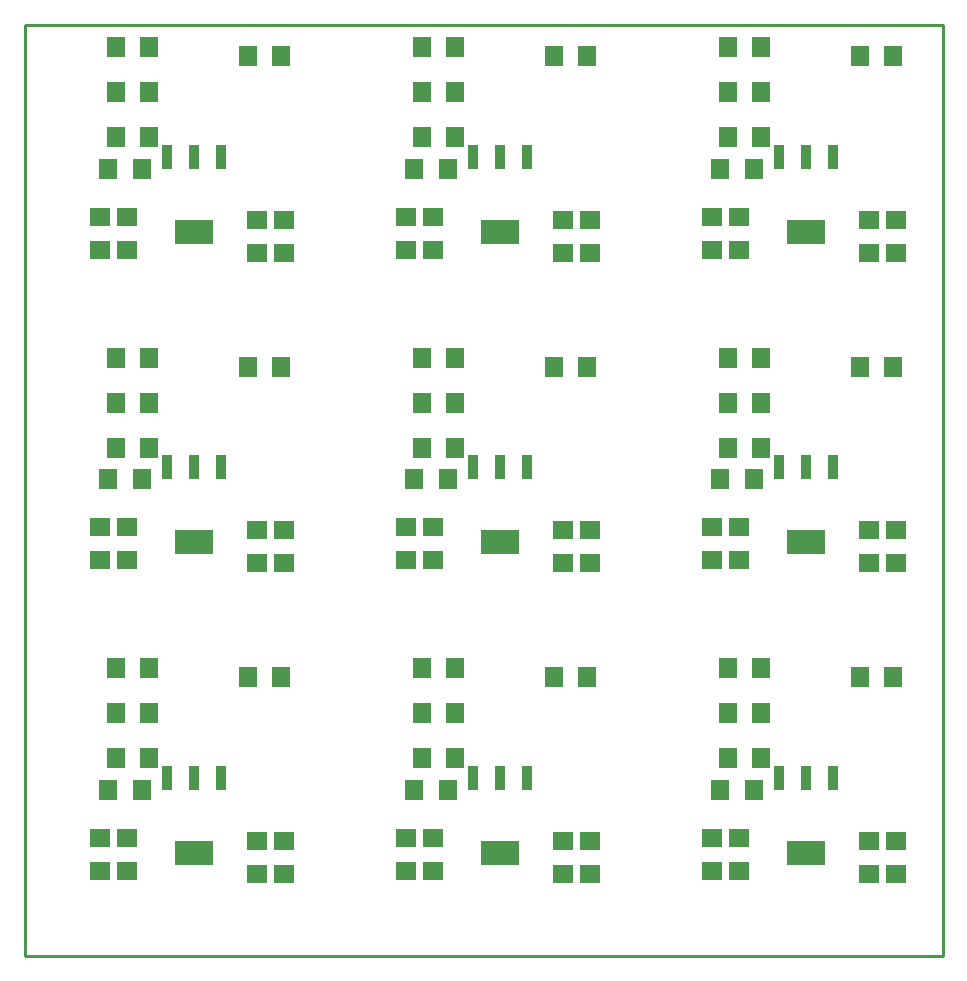
<source format=gbp>
G75*
%MOIN*%
%OFA0B0*%
%FSLAX25Y25*%
%IPPOS*%
%LPD*%
%AMOC8*
5,1,8,0,0,1.08239X$1,22.5*
%
%ADD10C,0.01000*%
%ADD11R,0.06299X0.07098*%
%ADD12R,0.07087X0.06299*%
%ADD13R,0.03700X0.08150*%
%ADD14R,0.12600X0.08150*%
D10*
X0021185Y0021185D02*
X0021185Y0331685D01*
X0327185Y0331685D01*
X0327185Y0021185D01*
X0021185Y0021185D01*
D11*
X0049087Y0076685D03*
X0051587Y0087185D03*
X0060283Y0076685D03*
X0062783Y0087185D03*
X0062783Y0102185D03*
X0051587Y0102185D03*
X0051587Y0117185D03*
X0062783Y0117185D03*
X0095587Y0114185D03*
X0106783Y0114185D03*
X0151087Y0076685D03*
X0153587Y0087185D03*
X0164783Y0087185D03*
X0162283Y0076685D03*
X0164783Y0102185D03*
X0153587Y0102185D03*
X0153587Y0117185D03*
X0164783Y0117185D03*
X0197587Y0114185D03*
X0208783Y0114185D03*
X0253087Y0076685D03*
X0255587Y0087185D03*
X0266783Y0087185D03*
X0264283Y0076685D03*
X0266783Y0102185D03*
X0255587Y0102185D03*
X0255587Y0117185D03*
X0266783Y0117185D03*
X0299587Y0114185D03*
X0310783Y0114185D03*
X0264283Y0180185D03*
X0266783Y0190685D03*
X0255587Y0190685D03*
X0253087Y0180185D03*
X0255587Y0205685D03*
X0266783Y0205685D03*
X0266783Y0220685D03*
X0255587Y0220685D03*
X0299587Y0217685D03*
X0310783Y0217685D03*
X0264283Y0283685D03*
X0266783Y0294185D03*
X0255587Y0294185D03*
X0253087Y0283685D03*
X0255587Y0309185D03*
X0266783Y0309185D03*
X0266783Y0324185D03*
X0255587Y0324185D03*
X0299587Y0321185D03*
X0310783Y0321185D03*
X0208783Y0321185D03*
X0197587Y0321185D03*
X0164783Y0324185D03*
X0153587Y0324185D03*
X0153587Y0309185D03*
X0164783Y0309185D03*
X0164783Y0294185D03*
X0162283Y0283685D03*
X0151087Y0283685D03*
X0153587Y0294185D03*
X0106783Y0321185D03*
X0095587Y0321185D03*
X0062783Y0324185D03*
X0051587Y0324185D03*
X0051587Y0309185D03*
X0062783Y0309185D03*
X0062783Y0294185D03*
X0060283Y0283685D03*
X0049087Y0283685D03*
X0051587Y0294185D03*
X0051587Y0220685D03*
X0062783Y0220685D03*
X0062783Y0205685D03*
X0051587Y0205685D03*
X0051587Y0190685D03*
X0049087Y0180185D03*
X0060283Y0180185D03*
X0062783Y0190685D03*
X0095587Y0217685D03*
X0106783Y0217685D03*
X0151087Y0180185D03*
X0153587Y0190685D03*
X0164783Y0190685D03*
X0162283Y0180185D03*
X0164783Y0205685D03*
X0153587Y0205685D03*
X0153587Y0220685D03*
X0164783Y0220685D03*
X0197587Y0217685D03*
X0208783Y0217685D03*
D12*
X0209685Y0255673D03*
X0200685Y0255673D03*
X0200685Y0266697D03*
X0209685Y0266697D03*
X0250185Y0267697D03*
X0259185Y0267697D03*
X0259185Y0256673D03*
X0250185Y0256673D03*
X0302685Y0255673D03*
X0311685Y0255673D03*
X0311685Y0266697D03*
X0302685Y0266697D03*
X0302685Y0163197D03*
X0311685Y0163197D03*
X0311685Y0152173D03*
X0302685Y0152173D03*
X0259185Y0153173D03*
X0250185Y0153173D03*
X0250185Y0164197D03*
X0259185Y0164197D03*
X0209685Y0163197D03*
X0200685Y0163197D03*
X0200685Y0152173D03*
X0209685Y0152173D03*
X0157185Y0153173D03*
X0148185Y0153173D03*
X0148185Y0164197D03*
X0157185Y0164197D03*
X0107685Y0163197D03*
X0098685Y0163197D03*
X0098685Y0152173D03*
X0107685Y0152173D03*
X0055185Y0153173D03*
X0046185Y0153173D03*
X0046185Y0164197D03*
X0055185Y0164197D03*
X0098685Y0255673D03*
X0107685Y0255673D03*
X0107685Y0266697D03*
X0098685Y0266697D03*
X0055185Y0267697D03*
X0046185Y0267697D03*
X0046185Y0256673D03*
X0055185Y0256673D03*
X0148185Y0256673D03*
X0157185Y0256673D03*
X0157185Y0267697D03*
X0148185Y0267697D03*
X0148185Y0060697D03*
X0157185Y0060697D03*
X0157185Y0049673D03*
X0148185Y0049673D03*
X0107685Y0048673D03*
X0098685Y0048673D03*
X0098685Y0059697D03*
X0107685Y0059697D03*
X0055185Y0060697D03*
X0046185Y0060697D03*
X0046185Y0049673D03*
X0055185Y0049673D03*
X0200685Y0048673D03*
X0209685Y0048673D03*
X0209685Y0059697D03*
X0200685Y0059697D03*
X0250185Y0060697D03*
X0259185Y0060697D03*
X0259185Y0049673D03*
X0250185Y0049673D03*
X0302685Y0048673D03*
X0311685Y0048673D03*
X0311685Y0059697D03*
X0302685Y0059697D03*
D13*
X0290785Y0080660D03*
X0281685Y0080660D03*
X0272585Y0080660D03*
X0188785Y0080660D03*
X0179685Y0080660D03*
X0170585Y0080660D03*
X0086785Y0080660D03*
X0077685Y0080660D03*
X0068585Y0080660D03*
X0068585Y0184160D03*
X0077685Y0184160D03*
X0086785Y0184160D03*
X0170585Y0184160D03*
X0179685Y0184160D03*
X0188785Y0184160D03*
X0272585Y0184160D03*
X0281685Y0184160D03*
X0290785Y0184160D03*
X0290785Y0287660D03*
X0281685Y0287660D03*
X0272585Y0287660D03*
X0188785Y0287660D03*
X0179685Y0287660D03*
X0170585Y0287660D03*
X0086785Y0287660D03*
X0077685Y0287660D03*
X0068585Y0287660D03*
D14*
X0077685Y0262710D03*
X0077685Y0159210D03*
X0179685Y0159210D03*
X0179685Y0262710D03*
X0281685Y0262710D03*
X0281685Y0159210D03*
X0281685Y0055710D03*
X0179685Y0055710D03*
X0077685Y0055710D03*
M02*

</source>
